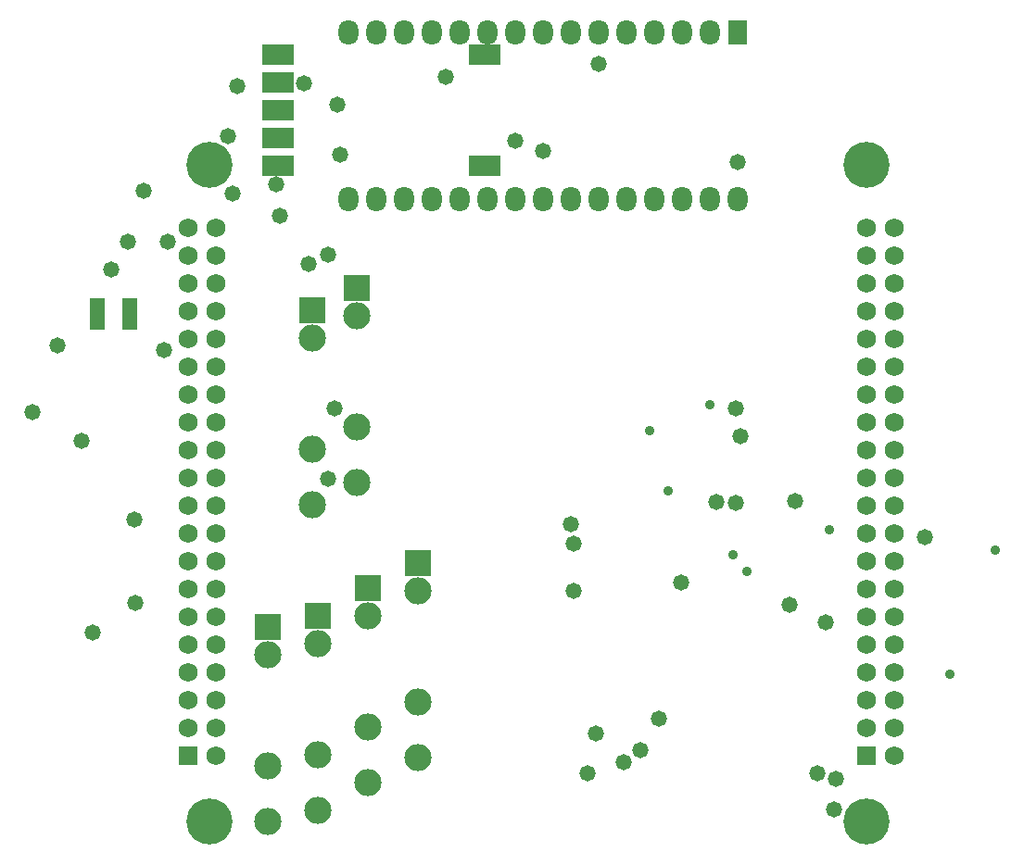
<source format=gbs>
G04 Layer_Color=8150272*
%FSLAX24Y24*%
%MOIN*%
G70*
G01*
G75*
%ADD47R,0.0552X0.1143*%
%ADD53C,0.1655*%
%ADD54C,0.0690*%
%ADD55R,0.0690X0.0690*%
%ADD56C,0.0980*%
%ADD57R,0.0980X0.0980*%
%ADD58O,0.0710X0.0907*%
%ADD59R,0.0710X0.0907*%
%ADD60C,0.0580*%
%ADD61C,0.0356*%
%ADD62R,0.1178X0.0730*%
D47*
X8917Y30069D02*
D03*
X7776D02*
D03*
D53*
X11811Y35433D02*
D03*
X35433Y11811D02*
D03*
X11811D02*
D03*
X35433Y35433D02*
D03*
D54*
Y33173D02*
D03*
Y32173D02*
D03*
Y31173D02*
D03*
Y30173D02*
D03*
Y29173D02*
D03*
Y28173D02*
D03*
Y27173D02*
D03*
Y26173D02*
D03*
Y25173D02*
D03*
Y24173D02*
D03*
Y23173D02*
D03*
Y22173D02*
D03*
Y21173D02*
D03*
Y20173D02*
D03*
Y19173D02*
D03*
Y18173D02*
D03*
Y17173D02*
D03*
Y16173D02*
D03*
Y15173D02*
D03*
X36433Y33173D02*
D03*
Y32173D02*
D03*
Y31173D02*
D03*
Y30173D02*
D03*
Y29173D02*
D03*
Y28173D02*
D03*
Y27173D02*
D03*
Y26173D02*
D03*
Y25173D02*
D03*
Y24173D02*
D03*
Y23173D02*
D03*
Y22173D02*
D03*
Y21173D02*
D03*
Y20173D02*
D03*
Y19173D02*
D03*
Y18173D02*
D03*
Y17173D02*
D03*
Y16173D02*
D03*
Y15173D02*
D03*
Y14173D02*
D03*
X11024Y33173D02*
D03*
Y32173D02*
D03*
Y31173D02*
D03*
Y30173D02*
D03*
Y29173D02*
D03*
Y28173D02*
D03*
Y27173D02*
D03*
Y26173D02*
D03*
Y25173D02*
D03*
Y24173D02*
D03*
Y23173D02*
D03*
Y22173D02*
D03*
Y21173D02*
D03*
Y20173D02*
D03*
Y19173D02*
D03*
Y18173D02*
D03*
Y17173D02*
D03*
Y16173D02*
D03*
Y15173D02*
D03*
X12024Y33173D02*
D03*
Y32173D02*
D03*
Y31173D02*
D03*
Y30173D02*
D03*
Y29173D02*
D03*
Y28173D02*
D03*
Y27173D02*
D03*
Y26173D02*
D03*
Y25173D02*
D03*
Y24173D02*
D03*
Y23173D02*
D03*
Y22173D02*
D03*
Y21173D02*
D03*
Y20173D02*
D03*
Y19173D02*
D03*
Y18173D02*
D03*
Y17173D02*
D03*
Y16173D02*
D03*
Y15173D02*
D03*
Y14173D02*
D03*
D55*
X35433D02*
D03*
X11024D02*
D03*
D56*
X17500Y13200D02*
D03*
Y15200D02*
D03*
Y19200D02*
D03*
X15700Y12200D02*
D03*
Y14200D02*
D03*
Y18200D02*
D03*
X19300Y14100D02*
D03*
Y16100D02*
D03*
Y20100D02*
D03*
X15500Y23200D02*
D03*
Y25200D02*
D03*
Y29200D02*
D03*
X17100Y24000D02*
D03*
Y26000D02*
D03*
Y30000D02*
D03*
X13900Y11800D02*
D03*
Y13800D02*
D03*
Y17800D02*
D03*
D57*
X17500Y20200D02*
D03*
X15700Y19200D02*
D03*
X19300Y21100D02*
D03*
X15500Y30200D02*
D03*
X17100Y31000D02*
D03*
X13900Y18800D02*
D03*
D58*
X17800Y34200D02*
D03*
X18800D02*
D03*
X19800D02*
D03*
X20800D02*
D03*
X21800D02*
D03*
X22800D02*
D03*
X23800D02*
D03*
X24800D02*
D03*
X25800D02*
D03*
X26800D02*
D03*
X27800D02*
D03*
X28800D02*
D03*
X29800D02*
D03*
X30800D02*
D03*
X29800Y40200D02*
D03*
X28800D02*
D03*
X27800D02*
D03*
X26800D02*
D03*
X25800D02*
D03*
X24800D02*
D03*
X23800D02*
D03*
X22800D02*
D03*
X21800D02*
D03*
X20800D02*
D03*
X19800D02*
D03*
X16800Y34200D02*
D03*
X18800Y40200D02*
D03*
X17800D02*
D03*
X16800D02*
D03*
D59*
X30800D02*
D03*
D60*
X34321Y13337D02*
D03*
X25400Y13550D02*
D03*
X33661D02*
D03*
X34260Y12232D02*
D03*
X20310Y38600D02*
D03*
X16300Y26680D02*
D03*
X10290Y32670D02*
D03*
X14320Y33600D02*
D03*
X16070Y32200D02*
D03*
X16513Y35821D02*
D03*
X16400Y37610D02*
D03*
X15380Y31879D02*
D03*
X14210Y34730D02*
D03*
X12480Y36460D02*
D03*
X30915Y25659D02*
D03*
X30738Y26683D02*
D03*
X30030Y23317D02*
D03*
X32657Y19606D02*
D03*
X30728Y23268D02*
D03*
X32864Y23346D02*
D03*
X37539Y22057D02*
D03*
X33957Y18967D02*
D03*
X30800Y35539D02*
D03*
X25800Y39071D02*
D03*
X7190Y25510D02*
D03*
X12790Y38280D02*
D03*
X23800Y35930D02*
D03*
X8880Y32670D02*
D03*
X22800Y36300D02*
D03*
X9420Y34510D02*
D03*
X7600Y18600D02*
D03*
X10170Y28790D02*
D03*
X9111Y22670D02*
D03*
X9130Y19680D02*
D03*
X16063Y24134D02*
D03*
X5433Y26535D02*
D03*
X6320Y28929D02*
D03*
X27953Y15512D02*
D03*
X27303Y14380D02*
D03*
X25689Y14970D02*
D03*
X26703Y13957D02*
D03*
X28780Y20423D02*
D03*
X8268Y31683D02*
D03*
X24902Y20108D02*
D03*
X24882Y21821D02*
D03*
X24803Y22520D02*
D03*
X12638Y34411D02*
D03*
X15187Y38366D02*
D03*
D61*
X28287Y23701D02*
D03*
X27648Y25886D02*
D03*
X29813Y26801D02*
D03*
X30620Y21417D02*
D03*
X31142Y20807D02*
D03*
X38435Y17106D02*
D03*
X40062Y21568D02*
D03*
X34085Y22293D02*
D03*
D62*
X14262Y39394D02*
D03*
Y38394D02*
D03*
Y37394D02*
D03*
Y36394D02*
D03*
Y35394D02*
D03*
X21715D02*
D03*
Y39394D02*
D03*
M02*

</source>
